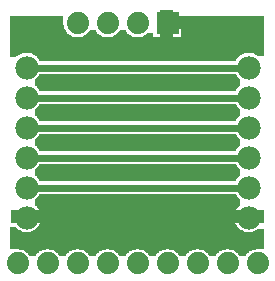
<source format=gbl>
G04 MADE WITH FRITZING*
G04 WWW.FRITZING.ORG*
G04 DOUBLE SIDED*
G04 HOLES PLATED*
G04 CONTOUR ON CENTER OF CONTOUR VECTOR*
%ASAXBY*%
%FSLAX23Y23*%
%MOIN*%
%OFA0B0*%
%SFA1.0B1.0*%
%ADD10C,0.075000*%
%ADD11C,0.074000*%
%ADD12C,0.078000*%
%ADD13R,0.074000X0.074000*%
%ADD14C,0.024000*%
%LNCOPPER0*%
G90*
G70*
G54D10*
X215Y235D03*
G54D11*
X564Y862D03*
X464Y862D03*
X364Y862D03*
X264Y862D03*
X64Y62D03*
X164Y62D03*
X264Y62D03*
X364Y62D03*
X464Y62D03*
X564Y62D03*
X664Y62D03*
X764Y62D03*
X864Y62D03*
G54D12*
X834Y714D03*
X834Y614D03*
X834Y514D03*
X834Y414D03*
X834Y314D03*
X834Y214D03*
X94Y714D03*
X94Y614D03*
X94Y514D03*
X94Y414D03*
X94Y314D03*
X94Y214D03*
G54D13*
X564Y862D03*
G54D14*
X804Y714D02*
X124Y714D01*
D02*
X804Y614D02*
X124Y614D01*
D02*
X804Y514D02*
X124Y514D01*
D02*
X804Y414D02*
X124Y414D01*
D02*
X804Y314D02*
X124Y314D01*
G36*
X40Y885D02*
X40Y815D01*
X252Y815D01*
X252Y817D01*
X246Y817D01*
X246Y819D01*
X242Y819D01*
X242Y821D01*
X238Y821D01*
X238Y823D01*
X236Y823D01*
X236Y825D01*
X234Y825D01*
X234Y827D01*
X230Y827D01*
X230Y829D01*
X228Y829D01*
X228Y833D01*
X226Y833D01*
X226Y835D01*
X224Y835D01*
X224Y839D01*
X222Y839D01*
X222Y841D01*
X220Y841D01*
X220Y847D01*
X218Y847D01*
X218Y855D01*
X216Y855D01*
X216Y885D01*
X40Y885D01*
G37*
D02*
G36*
X610Y885D02*
X610Y815D01*
X884Y815D01*
X884Y885D01*
X610Y885D01*
G37*
D02*
G36*
X304Y839D02*
X304Y837D01*
X302Y837D01*
X302Y833D01*
X300Y833D01*
X300Y831D01*
X298Y831D01*
X298Y829D01*
X296Y829D01*
X296Y827D01*
X294Y827D01*
X294Y825D01*
X292Y825D01*
X292Y823D01*
X288Y823D01*
X288Y821D01*
X286Y821D01*
X286Y819D01*
X282Y819D01*
X282Y817D01*
X274Y817D01*
X274Y815D01*
X352Y815D01*
X352Y817D01*
X346Y817D01*
X346Y819D01*
X342Y819D01*
X342Y821D01*
X338Y821D01*
X338Y823D01*
X336Y823D01*
X336Y825D01*
X334Y825D01*
X334Y827D01*
X330Y827D01*
X330Y829D01*
X328Y829D01*
X328Y833D01*
X326Y833D01*
X326Y835D01*
X324Y835D01*
X324Y839D01*
X304Y839D01*
G37*
D02*
G36*
X404Y839D02*
X404Y837D01*
X402Y837D01*
X402Y833D01*
X400Y833D01*
X400Y831D01*
X398Y831D01*
X398Y829D01*
X396Y829D01*
X396Y827D01*
X394Y827D01*
X394Y825D01*
X392Y825D01*
X392Y823D01*
X388Y823D01*
X388Y821D01*
X386Y821D01*
X386Y819D01*
X382Y819D01*
X382Y817D01*
X374Y817D01*
X374Y815D01*
X452Y815D01*
X452Y817D01*
X446Y817D01*
X446Y819D01*
X442Y819D01*
X442Y821D01*
X438Y821D01*
X438Y823D01*
X436Y823D01*
X436Y825D01*
X434Y825D01*
X434Y827D01*
X430Y827D01*
X430Y829D01*
X428Y829D01*
X428Y833D01*
X426Y833D01*
X426Y835D01*
X424Y835D01*
X424Y839D01*
X404Y839D01*
G37*
D02*
G36*
X496Y829D02*
X496Y827D01*
X494Y827D01*
X494Y825D01*
X492Y825D01*
X492Y823D01*
X488Y823D01*
X488Y821D01*
X486Y821D01*
X486Y819D01*
X482Y819D01*
X482Y817D01*
X474Y817D01*
X474Y815D01*
X516Y815D01*
X516Y829D01*
X496Y829D01*
G37*
D02*
G36*
X40Y815D02*
X40Y813D01*
X884Y813D01*
X884Y815D01*
X40Y815D01*
G37*
D02*
G36*
X40Y815D02*
X40Y813D01*
X884Y813D01*
X884Y815D01*
X40Y815D01*
G37*
D02*
G36*
X40Y815D02*
X40Y813D01*
X884Y813D01*
X884Y815D01*
X40Y815D01*
G37*
D02*
G36*
X40Y815D02*
X40Y813D01*
X884Y813D01*
X884Y815D01*
X40Y815D01*
G37*
D02*
G36*
X40Y815D02*
X40Y813D01*
X884Y813D01*
X884Y815D01*
X40Y815D01*
G37*
D02*
G36*
X40Y813D02*
X40Y763D01*
X844Y763D01*
X844Y761D01*
X852Y761D01*
X852Y759D01*
X856Y759D01*
X856Y757D01*
X860Y757D01*
X860Y755D01*
X862Y755D01*
X862Y753D01*
X884Y753D01*
X884Y813D01*
X40Y813D01*
G37*
D02*
G36*
X40Y763D02*
X40Y749D01*
X60Y749D01*
X60Y751D01*
X64Y751D01*
X64Y753D01*
X66Y753D01*
X66Y755D01*
X70Y755D01*
X70Y757D01*
X72Y757D01*
X72Y759D01*
X78Y759D01*
X78Y761D01*
X84Y761D01*
X84Y763D01*
X40Y763D01*
G37*
D02*
G36*
X104Y763D02*
X104Y761D01*
X112Y761D01*
X112Y759D01*
X116Y759D01*
X116Y757D01*
X120Y757D01*
X120Y755D01*
X122Y755D01*
X122Y753D01*
X126Y753D01*
X126Y751D01*
X128Y751D01*
X128Y749D01*
X130Y749D01*
X130Y747D01*
X132Y747D01*
X132Y743D01*
X134Y743D01*
X134Y741D01*
X136Y741D01*
X136Y737D01*
X792Y737D01*
X792Y741D01*
X794Y741D01*
X794Y743D01*
X796Y743D01*
X796Y745D01*
X798Y745D01*
X798Y747D01*
X800Y747D01*
X800Y749D01*
X802Y749D01*
X802Y751D01*
X804Y751D01*
X804Y753D01*
X806Y753D01*
X806Y755D01*
X810Y755D01*
X810Y757D01*
X812Y757D01*
X812Y759D01*
X818Y759D01*
X818Y761D01*
X824Y761D01*
X824Y763D01*
X104Y763D01*
G37*
D02*
G36*
X138Y693D02*
X138Y691D01*
X136Y691D01*
X136Y687D01*
X134Y687D01*
X134Y685D01*
X132Y685D01*
X132Y683D01*
X130Y683D01*
X130Y679D01*
X126Y679D01*
X126Y677D01*
X124Y677D01*
X124Y675D01*
X122Y675D01*
X122Y653D01*
X126Y653D01*
X126Y651D01*
X128Y651D01*
X128Y649D01*
X130Y649D01*
X130Y647D01*
X132Y647D01*
X132Y643D01*
X134Y643D01*
X134Y641D01*
X136Y641D01*
X136Y637D01*
X792Y637D01*
X792Y641D01*
X794Y641D01*
X794Y643D01*
X796Y643D01*
X796Y645D01*
X798Y645D01*
X798Y647D01*
X800Y647D01*
X800Y649D01*
X802Y649D01*
X802Y651D01*
X804Y651D01*
X804Y653D01*
X806Y653D01*
X806Y675D01*
X804Y675D01*
X804Y677D01*
X802Y677D01*
X802Y679D01*
X800Y679D01*
X800Y681D01*
X798Y681D01*
X798Y683D01*
X796Y683D01*
X796Y685D01*
X794Y685D01*
X794Y689D01*
X792Y689D01*
X792Y693D01*
X138Y693D01*
G37*
D02*
G36*
X138Y593D02*
X138Y591D01*
X136Y591D01*
X136Y587D01*
X134Y587D01*
X134Y585D01*
X132Y585D01*
X132Y583D01*
X130Y583D01*
X130Y579D01*
X126Y579D01*
X126Y577D01*
X124Y577D01*
X124Y575D01*
X122Y575D01*
X122Y553D01*
X126Y553D01*
X126Y551D01*
X128Y551D01*
X128Y549D01*
X130Y549D01*
X130Y547D01*
X132Y547D01*
X132Y543D01*
X134Y543D01*
X134Y541D01*
X136Y541D01*
X136Y537D01*
X792Y537D01*
X792Y541D01*
X794Y541D01*
X794Y543D01*
X796Y543D01*
X796Y545D01*
X798Y545D01*
X798Y547D01*
X800Y547D01*
X800Y549D01*
X802Y549D01*
X802Y551D01*
X804Y551D01*
X804Y553D01*
X806Y553D01*
X806Y575D01*
X804Y575D01*
X804Y577D01*
X802Y577D01*
X802Y579D01*
X800Y579D01*
X800Y581D01*
X798Y581D01*
X798Y583D01*
X796Y583D01*
X796Y585D01*
X794Y585D01*
X794Y589D01*
X792Y589D01*
X792Y593D01*
X138Y593D01*
G37*
D02*
G36*
X138Y493D02*
X138Y491D01*
X136Y491D01*
X136Y487D01*
X134Y487D01*
X134Y485D01*
X132Y485D01*
X132Y483D01*
X130Y483D01*
X130Y479D01*
X126Y479D01*
X126Y477D01*
X124Y477D01*
X124Y475D01*
X122Y475D01*
X122Y453D01*
X126Y453D01*
X126Y451D01*
X128Y451D01*
X128Y449D01*
X130Y449D01*
X130Y447D01*
X132Y447D01*
X132Y443D01*
X134Y443D01*
X134Y441D01*
X136Y441D01*
X136Y437D01*
X792Y437D01*
X792Y441D01*
X794Y441D01*
X794Y443D01*
X796Y443D01*
X796Y445D01*
X798Y445D01*
X798Y447D01*
X800Y447D01*
X800Y449D01*
X802Y449D01*
X802Y451D01*
X804Y451D01*
X804Y453D01*
X806Y453D01*
X806Y475D01*
X804Y475D01*
X804Y477D01*
X802Y477D01*
X802Y479D01*
X800Y479D01*
X800Y481D01*
X798Y481D01*
X798Y483D01*
X796Y483D01*
X796Y485D01*
X794Y485D01*
X794Y489D01*
X792Y489D01*
X792Y493D01*
X138Y493D01*
G37*
D02*
G36*
X138Y393D02*
X138Y391D01*
X136Y391D01*
X136Y387D01*
X134Y387D01*
X134Y385D01*
X132Y385D01*
X132Y383D01*
X130Y383D01*
X130Y379D01*
X126Y379D01*
X126Y377D01*
X124Y377D01*
X124Y375D01*
X122Y375D01*
X122Y353D01*
X126Y353D01*
X126Y351D01*
X128Y351D01*
X128Y349D01*
X130Y349D01*
X130Y347D01*
X132Y347D01*
X132Y343D01*
X134Y343D01*
X134Y341D01*
X136Y341D01*
X136Y337D01*
X792Y337D01*
X792Y341D01*
X794Y341D01*
X794Y343D01*
X796Y343D01*
X796Y345D01*
X798Y345D01*
X798Y347D01*
X800Y347D01*
X800Y349D01*
X802Y349D01*
X802Y351D01*
X804Y351D01*
X804Y353D01*
X806Y353D01*
X806Y375D01*
X804Y375D01*
X804Y377D01*
X802Y377D01*
X802Y379D01*
X800Y379D01*
X800Y381D01*
X798Y381D01*
X798Y383D01*
X796Y383D01*
X796Y385D01*
X794Y385D01*
X794Y389D01*
X792Y389D01*
X792Y393D01*
X138Y393D01*
G37*
D02*
G36*
X138Y293D02*
X138Y291D01*
X136Y291D01*
X136Y287D01*
X134Y287D01*
X134Y285D01*
X132Y285D01*
X132Y283D01*
X130Y283D01*
X130Y279D01*
X126Y279D01*
X126Y277D01*
X124Y277D01*
X124Y275D01*
X122Y275D01*
X122Y253D01*
X126Y253D01*
X126Y251D01*
X128Y251D01*
X128Y249D01*
X130Y249D01*
X130Y247D01*
X132Y247D01*
X132Y243D01*
X134Y243D01*
X134Y241D01*
X136Y241D01*
X136Y237D01*
X138Y237D01*
X138Y235D01*
X140Y235D01*
X140Y227D01*
X142Y227D01*
X142Y219D01*
X144Y219D01*
X144Y211D01*
X142Y211D01*
X142Y201D01*
X140Y201D01*
X140Y195D01*
X138Y195D01*
X138Y191D01*
X136Y191D01*
X136Y187D01*
X134Y187D01*
X134Y185D01*
X132Y185D01*
X132Y183D01*
X130Y183D01*
X130Y179D01*
X126Y179D01*
X126Y177D01*
X124Y177D01*
X124Y175D01*
X122Y175D01*
X122Y173D01*
X118Y173D01*
X118Y171D01*
X114Y171D01*
X114Y169D01*
X110Y169D01*
X110Y167D01*
X102Y167D01*
X102Y165D01*
X826Y165D01*
X826Y167D01*
X820Y167D01*
X820Y169D01*
X814Y169D01*
X814Y171D01*
X810Y171D01*
X810Y173D01*
X806Y173D01*
X806Y175D01*
X804Y175D01*
X804Y177D01*
X802Y177D01*
X802Y179D01*
X800Y179D01*
X800Y181D01*
X798Y181D01*
X798Y183D01*
X796Y183D01*
X796Y185D01*
X794Y185D01*
X794Y189D01*
X792Y189D01*
X792Y193D01*
X790Y193D01*
X790Y195D01*
X788Y195D01*
X788Y203D01*
X786Y203D01*
X786Y225D01*
X788Y225D01*
X788Y233D01*
X790Y233D01*
X790Y237D01*
X792Y237D01*
X792Y241D01*
X794Y241D01*
X794Y243D01*
X796Y243D01*
X796Y245D01*
X798Y245D01*
X798Y247D01*
X800Y247D01*
X800Y249D01*
X802Y249D01*
X802Y251D01*
X804Y251D01*
X804Y253D01*
X806Y253D01*
X806Y275D01*
X804Y275D01*
X804Y277D01*
X802Y277D01*
X802Y279D01*
X800Y279D01*
X800Y281D01*
X798Y281D01*
X798Y283D01*
X796Y283D01*
X796Y285D01*
X794Y285D01*
X794Y289D01*
X792Y289D01*
X792Y293D01*
X138Y293D01*
G37*
D02*
G36*
X40Y181D02*
X40Y165D01*
X86Y165D01*
X86Y167D01*
X78Y167D01*
X78Y169D01*
X74Y169D01*
X74Y171D01*
X70Y171D01*
X70Y173D01*
X66Y173D01*
X66Y175D01*
X64Y175D01*
X64Y177D01*
X62Y177D01*
X62Y179D01*
X60Y179D01*
X60Y181D01*
X40Y181D01*
G37*
D02*
G36*
X864Y177D02*
X864Y175D01*
X862Y175D01*
X862Y173D01*
X858Y173D01*
X858Y171D01*
X856Y171D01*
X856Y169D01*
X850Y169D01*
X850Y167D01*
X842Y167D01*
X842Y165D01*
X884Y165D01*
X884Y177D01*
X864Y177D01*
G37*
D02*
G36*
X40Y165D02*
X40Y163D01*
X884Y163D01*
X884Y165D01*
X40Y165D01*
G37*
D02*
G36*
X40Y165D02*
X40Y163D01*
X884Y163D01*
X884Y165D01*
X40Y165D01*
G37*
D02*
G36*
X40Y165D02*
X40Y163D01*
X884Y163D01*
X884Y165D01*
X40Y165D01*
G37*
D02*
G36*
X40Y163D02*
X40Y109D01*
X770Y109D01*
X770Y107D01*
X778Y107D01*
X778Y105D01*
X784Y105D01*
X784Y103D01*
X786Y103D01*
X786Y101D01*
X790Y101D01*
X790Y99D01*
X792Y99D01*
X792Y97D01*
X796Y97D01*
X796Y95D01*
X798Y95D01*
X798Y91D01*
X800Y91D01*
X800Y89D01*
X802Y89D01*
X802Y87D01*
X804Y87D01*
X804Y85D01*
X824Y85D01*
X824Y89D01*
X826Y89D01*
X826Y91D01*
X828Y91D01*
X828Y93D01*
X830Y93D01*
X830Y95D01*
X832Y95D01*
X832Y97D01*
X834Y97D01*
X834Y99D01*
X836Y99D01*
X836Y101D01*
X840Y101D01*
X840Y103D01*
X844Y103D01*
X844Y105D01*
X850Y105D01*
X850Y107D01*
X858Y107D01*
X858Y109D01*
X884Y109D01*
X884Y163D01*
X40Y163D01*
G37*
D02*
G36*
X70Y109D02*
X70Y107D01*
X78Y107D01*
X78Y105D01*
X84Y105D01*
X84Y103D01*
X86Y103D01*
X86Y101D01*
X90Y101D01*
X90Y99D01*
X92Y99D01*
X92Y97D01*
X96Y97D01*
X96Y95D01*
X98Y95D01*
X98Y91D01*
X100Y91D01*
X100Y89D01*
X102Y89D01*
X102Y87D01*
X104Y87D01*
X104Y85D01*
X124Y85D01*
X124Y89D01*
X126Y89D01*
X126Y91D01*
X128Y91D01*
X128Y93D01*
X130Y93D01*
X130Y95D01*
X132Y95D01*
X132Y97D01*
X134Y97D01*
X134Y99D01*
X136Y99D01*
X136Y101D01*
X140Y101D01*
X140Y103D01*
X144Y103D01*
X144Y105D01*
X150Y105D01*
X150Y107D01*
X158Y107D01*
X158Y109D01*
X70Y109D01*
G37*
D02*
G36*
X170Y109D02*
X170Y107D01*
X178Y107D01*
X178Y105D01*
X184Y105D01*
X184Y103D01*
X186Y103D01*
X186Y101D01*
X190Y101D01*
X190Y99D01*
X192Y99D01*
X192Y97D01*
X196Y97D01*
X196Y95D01*
X198Y95D01*
X198Y91D01*
X200Y91D01*
X200Y89D01*
X202Y89D01*
X202Y87D01*
X204Y87D01*
X204Y85D01*
X224Y85D01*
X224Y89D01*
X226Y89D01*
X226Y91D01*
X228Y91D01*
X228Y93D01*
X230Y93D01*
X230Y95D01*
X232Y95D01*
X232Y97D01*
X234Y97D01*
X234Y99D01*
X236Y99D01*
X236Y101D01*
X240Y101D01*
X240Y103D01*
X244Y103D01*
X244Y105D01*
X250Y105D01*
X250Y107D01*
X258Y107D01*
X258Y109D01*
X170Y109D01*
G37*
D02*
G36*
X270Y109D02*
X270Y107D01*
X278Y107D01*
X278Y105D01*
X284Y105D01*
X284Y103D01*
X286Y103D01*
X286Y101D01*
X290Y101D01*
X290Y99D01*
X292Y99D01*
X292Y97D01*
X296Y97D01*
X296Y95D01*
X298Y95D01*
X298Y91D01*
X300Y91D01*
X300Y89D01*
X302Y89D01*
X302Y87D01*
X304Y87D01*
X304Y85D01*
X324Y85D01*
X324Y89D01*
X326Y89D01*
X326Y91D01*
X328Y91D01*
X328Y93D01*
X330Y93D01*
X330Y95D01*
X332Y95D01*
X332Y97D01*
X334Y97D01*
X334Y99D01*
X336Y99D01*
X336Y101D01*
X340Y101D01*
X340Y103D01*
X344Y103D01*
X344Y105D01*
X350Y105D01*
X350Y107D01*
X358Y107D01*
X358Y109D01*
X270Y109D01*
G37*
D02*
G36*
X370Y109D02*
X370Y107D01*
X378Y107D01*
X378Y105D01*
X384Y105D01*
X384Y103D01*
X386Y103D01*
X386Y101D01*
X390Y101D01*
X390Y99D01*
X392Y99D01*
X392Y97D01*
X396Y97D01*
X396Y95D01*
X398Y95D01*
X398Y91D01*
X400Y91D01*
X400Y89D01*
X402Y89D01*
X402Y87D01*
X404Y87D01*
X404Y85D01*
X424Y85D01*
X424Y89D01*
X426Y89D01*
X426Y91D01*
X428Y91D01*
X428Y93D01*
X430Y93D01*
X430Y95D01*
X432Y95D01*
X432Y97D01*
X434Y97D01*
X434Y99D01*
X436Y99D01*
X436Y101D01*
X440Y101D01*
X440Y103D01*
X444Y103D01*
X444Y105D01*
X450Y105D01*
X450Y107D01*
X458Y107D01*
X458Y109D01*
X370Y109D01*
G37*
D02*
G36*
X470Y109D02*
X470Y107D01*
X478Y107D01*
X478Y105D01*
X484Y105D01*
X484Y103D01*
X486Y103D01*
X486Y101D01*
X490Y101D01*
X490Y99D01*
X492Y99D01*
X492Y97D01*
X496Y97D01*
X496Y95D01*
X498Y95D01*
X498Y91D01*
X500Y91D01*
X500Y89D01*
X502Y89D01*
X502Y87D01*
X504Y87D01*
X504Y85D01*
X524Y85D01*
X524Y89D01*
X526Y89D01*
X526Y91D01*
X528Y91D01*
X528Y93D01*
X530Y93D01*
X530Y95D01*
X532Y95D01*
X532Y97D01*
X534Y97D01*
X534Y99D01*
X536Y99D01*
X536Y101D01*
X540Y101D01*
X540Y103D01*
X544Y103D01*
X544Y105D01*
X550Y105D01*
X550Y107D01*
X558Y107D01*
X558Y109D01*
X470Y109D01*
G37*
D02*
G36*
X570Y109D02*
X570Y107D01*
X578Y107D01*
X578Y105D01*
X584Y105D01*
X584Y103D01*
X586Y103D01*
X586Y101D01*
X590Y101D01*
X590Y99D01*
X592Y99D01*
X592Y97D01*
X596Y97D01*
X596Y95D01*
X598Y95D01*
X598Y91D01*
X600Y91D01*
X600Y89D01*
X602Y89D01*
X602Y87D01*
X604Y87D01*
X604Y85D01*
X624Y85D01*
X624Y89D01*
X626Y89D01*
X626Y91D01*
X628Y91D01*
X628Y93D01*
X630Y93D01*
X630Y95D01*
X632Y95D01*
X632Y97D01*
X634Y97D01*
X634Y99D01*
X636Y99D01*
X636Y101D01*
X640Y101D01*
X640Y103D01*
X644Y103D01*
X644Y105D01*
X650Y105D01*
X650Y107D01*
X658Y107D01*
X658Y109D01*
X570Y109D01*
G37*
D02*
G36*
X670Y109D02*
X670Y107D01*
X678Y107D01*
X678Y105D01*
X684Y105D01*
X684Y103D01*
X686Y103D01*
X686Y101D01*
X690Y101D01*
X690Y99D01*
X692Y99D01*
X692Y97D01*
X696Y97D01*
X696Y95D01*
X698Y95D01*
X698Y91D01*
X700Y91D01*
X700Y89D01*
X702Y89D01*
X702Y87D01*
X704Y87D01*
X704Y85D01*
X724Y85D01*
X724Y89D01*
X726Y89D01*
X726Y91D01*
X728Y91D01*
X728Y93D01*
X730Y93D01*
X730Y95D01*
X732Y95D01*
X732Y97D01*
X734Y97D01*
X734Y99D01*
X736Y99D01*
X736Y101D01*
X740Y101D01*
X740Y103D01*
X744Y103D01*
X744Y105D01*
X750Y105D01*
X750Y107D01*
X758Y107D01*
X758Y109D01*
X670Y109D01*
G37*
D02*
G36*
X42Y240D02*
X74Y240D01*
X74Y195D01*
X42Y195D01*
X42Y240D01*
G37*
D02*
G36*
X112Y240D02*
X144Y240D01*
X144Y195D01*
X112Y195D01*
X112Y240D01*
G37*
D02*
G36*
X782Y240D02*
X812Y240D01*
X812Y195D01*
X782Y195D01*
X782Y240D01*
G37*
D02*
G36*
X850Y240D02*
X884Y240D01*
X884Y195D01*
X850Y195D01*
X850Y240D01*
G37*
D02*
G36*
X540Y907D02*
X583Y907D01*
X583Y883D01*
X540Y883D01*
X540Y907D01*
G37*
D02*
G36*
X540Y845D02*
X583Y845D01*
X583Y815D01*
X540Y815D01*
X540Y845D01*
G37*
D02*
G36*
X580Y885D02*
X610Y885D01*
X610Y842D01*
X580Y842D01*
X580Y885D01*
G37*
D02*
G04 End of Copper0*
M02*
</source>
